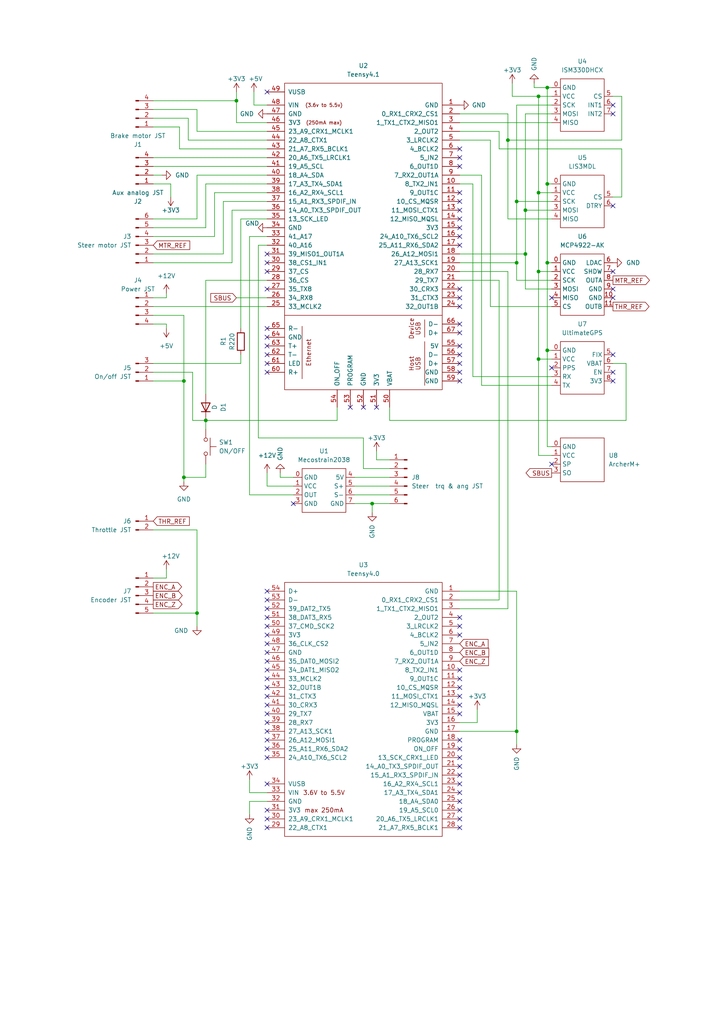
<source format=kicad_sch>
(kicad_sch (version 20211123) (generator eeschema)
  (paper "A4" portrait)
  (title_block (title "LV schematic") (date "2022-04-13") (rev "1") (company "University of Padova") (comment 1 "Low-voltage motherboard schematic"))
  (lib_symbols
    (symbol "Connector:Conn_01x02_Male" (pin_names (offset 1.016) hide)
      (property "Reference" "J" (at 0 2.54 0))
      (property "Value" "Conn_01x02_Male" (at 0 -5.08 0))
      (symbol "Conn_01x02_Male_1_1"
        (polyline (pts (xy 1.27 -2.54) (xy 0.8636 -2.54)) (stroke (width 0.1524)))
        (polyline (pts (xy 1.27 0) (xy 0.8636 0)) (stroke (width 0.1524)))
        (rectangle (start 0.8636 -2.413) (end 0 -2.667) (stroke (width 0.1524)) (fill (type outline)))
        (rectangle (start 0.8636 0.127) (end 0 -0.127) (stroke (width 0.1524)) (fill (type outline)))
        (pin passive line (at 5.08 0 180) (length 3.81) (name "Pin_1") (number "1"))
        (pin passive line (at 5.08 -2.54 180) (length 3.81) (name "Pin_2") (number "2"))
      )
    )
    (symbol "Connector:Conn_01x03_Male" (pin_names (offset 1.016) hide)
      (property "Reference" "J" (at 0 5.08 0))
      (property "Value" "Conn_01x03_Male" (at 0 -5.08 0))
      (symbol "Conn_01x03_Male_1_1"
        (polyline (pts (xy 1.27 -2.54) (xy 0.8636 -2.54)) (stroke (width 0.1524)))
        (polyline (pts (xy 1.27 0) (xy 0.8636 0)) (stroke (width 0.1524)))
        (polyline (pts (xy 1.27 2.54) (xy 0.8636 2.54)) (stroke (width 0.1524)))
        (rectangle (start 0.8636 -2.413) (end 0 -2.667) (stroke (width 0.1524)) (fill (type outline)))
        (rectangle (start 0.8636 0.127) (end 0 -0.127) (stroke (width 0.1524)) (fill (type outline)))
        (rectangle (start 0.8636 2.667) (end 0 2.413) (stroke (width 0.1524)) (fill (type outline)))
        (pin passive line (at 5.08 2.54 180) (length 3.81) (name "Pin_1") (number "1"))
        (pin passive line (at 5.08 0 180) (length 3.81) (name "Pin_2") (number "2"))
        (pin passive line (at 5.08 -2.54 180) (length 3.81) (name "Pin_3") (number "3"))
      )
    )
    (symbol "Connector:Conn_01x04_Male" (pin_names (offset 1.016) hide)
      (property "Reference" "J" (at 0 5.08 0))
      (property "Value" "Conn_01x04_Male" (at 0 -7.62 0))
      (symbol "Conn_01x04_Male_1_1"
        (polyline (pts (xy 1.27 -5.08) (xy 0.8636 -5.08)) (stroke (width 0.1524)))
        (polyline (pts (xy 1.27 -2.54) (xy 0.8636 -2.54)) (stroke (width 0.1524)))
        (polyline (pts (xy 1.27 0) (xy 0.8636 0)) (stroke (width 0.1524)))
        (polyline (pts (xy 1.27 2.54) (xy 0.8636 2.54)) (stroke (width 0.1524)))
        (rectangle (start 0.8636 -4.953) (end 0 -5.207) (stroke (width 0.1524)) (fill (type outline)))
        (rectangle (start 0.8636 -2.413) (end 0 -2.667) (stroke (width 0.1524)) (fill (type outline)))
        (rectangle (start 0.8636 0.127) (end 0 -0.127) (stroke (width 0.1524)) (fill (type outline)))
        (rectangle (start 0.8636 2.667) (end 0 2.413) (stroke (width 0.1524)) (fill (type outline)))
        (pin passive line (at 5.08 2.54 180) (length 3.81) (name "Pin_1") (number "1"))
        (pin passive line (at 5.08 0 180) (length 3.81) (name "Pin_2") (number "2"))
        (pin passive line (at 5.08 -2.54 180) (length 3.81) (name "Pin_3") (number "3"))
        (pin passive line (at 5.08 -5.08 180) (length 3.81) (name "Pin_4") (number "4"))
      )
    )
    (symbol "Connector:Conn_01x05_Male" (pin_names (offset 1.016) hide)
      (property "Reference" "J" (at 0 7.62 0))
      (property "Value" "Conn_01x05_Male" (at 0 -7.62 0))
      (symbol "Conn_01x05_Male_1_1"
        (polyline (pts (xy 1.27 -5.08) (xy 0.8636 -5.08)) (stroke (width 0.1524)))
        (polyline (pts (xy 1.27 -2.54) (xy 0.8636 -2.54)) (stroke (width 0.1524)))
        (polyline (pts (xy 1.27 0) (xy 0.8636 0)) (stroke (width 0.1524)))
        (polyline (pts (xy 1.27 2.54) (xy 0.8636 2.54)) (stroke (width 0.1524)))
        (polyline (pts (xy 1.27 5.08) (xy 0.8636 5.08)) (stroke (width 0.1524)))
        (rectangle (start 0.8636 -4.953) (end 0 -5.207) (stroke (width 0.1524)) (fill (type outline)))
        (rectangle (start 0.8636 -2.413) (end 0 -2.667) (stroke (width 0.1524)) (fill (type outline)))
        (rectangle (start 0.8636 0.127) (end 0 -0.127) (stroke (width 0.1524)) (fill (type outline)))
        (rectangle (start 0.8636 2.667) (end 0 2.413) (stroke (width 0.1524)) (fill (type outline)))
        (rectangle (start 0.8636 5.207) (end 0 4.953) (stroke (width 0.1524)) (fill (type outline)))
        (pin passive line (at 5.08 5.08 180) (length 3.81) (name "Pin_1") (number "1"))
        (pin passive line (at 5.08 2.54 180) (length 3.81) (name "Pin_2") (number "2"))
        (pin passive line (at 5.08 0 180) (length 3.81) (name "Pin_3") (number "3"))
        (pin passive line (at 5.08 -2.54 180) (length 3.81) (name "Pin_4") (number "4"))
        (pin passive line (at 5.08 -5.08 180) (length 3.81) (name "Pin_5") (number "5"))
      )
    )
    (symbol "Connector:Conn_01x06_Male" (pin_names (offset 1.016) hide)
      (property "Reference" "J" (at 0 7.62 0))
      (property "Value" "Conn_01x06_Male" (at 0 -10.16 0))
      (symbol "Conn_01x06_Male_1_1"
        (polyline (pts (xy 1.27 -7.62) (xy 0.8636 -7.62)) (stroke (width 0.1524)))
        (polyline (pts (xy 1.27 -5.08) (xy 0.8636 -5.08)) (stroke (width 0.1524)))
        (polyline (pts (xy 1.27 -2.54) (xy 0.8636 -2.54)) (stroke (width 0.1524)))
        (polyline (pts (xy 1.27 0) (xy 0.8636 0)) (stroke (width 0.1524)))
        (polyline (pts (xy 1.27 2.54) (xy 0.8636 2.54)) (stroke (width 0.1524)))
        (polyline (pts (xy 1.27 5.08) (xy 0.8636 5.08)) (stroke (width 0.1524)))
        (rectangle (start 0.8636 -7.493) (end 0 -7.747) (stroke (width 0.1524)) (fill (type outline)))
        (rectangle (start 0.8636 -4.953) (end 0 -5.207) (stroke (width 0.1524)) (fill (type outline)))
        (rectangle (start 0.8636 -2.413) (end 0 -2.667) (stroke (width 0.1524)) (fill (type outline)))
        (rectangle (start 0.8636 0.127) (end 0 -0.127) (stroke (width 0.1524)) (fill (type outline)))
        (rectangle (start 0.8636 2.667) (end 0 2.413) (stroke (width 0.1524)) (fill (type outline)))
        (rectangle (start 0.8636 5.207) (end 0 4.953) (stroke (width 0.1524)) (fill (type outline)))
        (pin passive line (at 5.08 5.08 180) (length 3.81) (name "Pin_1") (number "1"))
        (pin passive line (at 5.08 2.54 180) (length 3.81) (name "Pin_2") (number "2"))
        (pin passive line (at 5.08 0 180) (length 3.81) (name "Pin_3") (number "3"))
        (pin passive line (at 5.08 -2.54 180) (length 3.81) (name "Pin_4") (number "4"))
        (pin passive line (at 5.08 -5.08 180) (length 3.81) (name "Pin_5") (number "5"))
        (pin passive line (at 5.08 -7.62 180) (length 3.81) (name "Pin_6") (number "6"))
      )
    )
    (symbol "Device:D" (pin_numbers hide) (pin_names (offset 1.016) hide)
      (property "Reference" "D" (at 0 2.54 0))
      (property "Value" "D" (at 0 -2.54 0))
      (symbol "D_0_1"
        (polyline (pts (xy -1.27 1.27) (xy -1.27 -1.27)) (stroke (width 0.254)))
        (polyline (pts (xy 1.27 0) (xy -1.27 0)))
        (polyline (pts (xy 1.27 1.27) (xy 1.27 -1.27) (xy -1.27 0) (xy 1.27 1.27)) (stroke (width 0.254)))
      )
      (symbol "D_1_1"
        (pin passive line (at -3.81 0 0) (length 2.54) (name "K") (number "1"))
        (pin passive line (at 3.81 0 180) (length 2.54) (name "A") (number "2"))
      )
    )
    (symbol "Device:R" (pin_numbers hide) (pin_names (offset 0))
      (property "Reference" "R" (at 2.032 0 90))
      (property "Value" "R" (at 0 0 90))
      (symbol "R_0_1"
        (rectangle (start -1.016 -2.54) (end 1.016 2.54) (stroke (width 0.254)))
      )
      (symbol "R_1_1"
        (pin passive line (at 0 3.81 270) (length 1.27) (name "~") (number "1"))
        (pin passive line (at 0 -3.81 90) (length 1.27) (name "~") (number "2"))
      )
    )
    (symbol "SBBMicro:ArcherM+"
      (property "Reference" "U" (at 0 10.16 0))
      (property "Value" "ArcherM+" (at 0 7.62 0))
      (symbol "ArcherM+_0_1"
        (rectangle (start -6.35 6.35) (end 6.35 -6.35))
      )
      (symbol "ArcherM+_1_1"
        (pin passive line (at -8.89 3.81 0) (length 2.54) (name "GND") (number "0"))
        (pin passive line (at -8.89 1.27 0) (length 2.54) (name "VCC") (number "1"))
        (pin passive line (at -8.89 -1.27 0) (length 2.54) (name "SP") (number "2"))
        (pin passive line (at -8.89 -3.81 0) (length 2.54) (name "SO") (number "3"))
      )
    )
    (symbol "SBBMicro:LIS3MDL"
      (property "Reference" "U" (at 0 8.89 0))
      (property "Value" "LIS3MDL" (at 0 11.43 0))
      (symbol "LIS3MDL_0_1"
        (rectangle (start -6.35 7.62) (end 6.35 -7.62))
      )
      (symbol "LIS3MDL_1_1"
        (pin passive line (at -8.89 5.08 0) (length 2.54) (name "GND") (number "0"))
        (pin passive line (at -8.89 2.54 0) (length 2.54) (name "VCC") (number "1"))
        (pin passive line (at -8.89 0 0) (length 2.54) (name "SCK") (number "2"))
        (pin passive line (at -8.89 -2.54 0) (length 2.54) (name "MOSI") (number "3"))
        (pin passive line (at -8.89 -5.08 0) (length 2.54) (name "MISO") (number "4"))
        (pin passive line (at 8.89 1.27 180) (length 2.54) (name "CS") (number "5"))
        (pin passive line (at 8.89 -1.27 180) (length 2.54) (name "DTRY") (number "6"))
      )
    )
    (symbol "SBBMicro:MCP4922-AK"
      (property "Reference" "U" (at 0 11.43 0))
      (property "Value" "MCP4922-AK" (at 0 13.97 0))
      (symbol "MCP4922-AK_0_1"
        (rectangle (start -6.35 10.16) (end 6.35 -7.62))
      )
      (symbol "MCP4922-AK_1_1"
        (pin passive line (at -8.89 7.62 0) (length 2.54) (name "GND") (number "0"))
        (pin passive line (at -8.89 5.08 0) (length 2.54) (name "VCC") (number "1"))
        (pin passive line (at 8.89 -2.54 180) (length 2.54) (name "GND") (number "10"))
        (pin passive line (at 8.89 -5.08 180) (length 2.54) (name "OUTB") (number "11"))
        (pin passive line (at -8.89 2.54 0) (length 2.54) (name "SCK") (number "2"))
        (pin passive line (at -8.89 0 0) (length 2.54) (name "MOSI") (number "3"))
        (pin passive line (at -8.89 -2.54 0) (length 2.54) (name "MISO") (number "4"))
        (pin passive line (at -8.89 -5.08 0) (length 2.54) (name "CS") (number "5"))
        (pin passive line (at 8.89 7.62 180) (length 2.54) (name "LDAC") (number "6"))
        (pin passive line (at 8.89 5.08 180) (length 2.54) (name "SHDW") (number "7"))
        (pin passive line (at 8.89 2.54 180) (length 2.54) (name "OUTA") (number "8"))
        (pin passive line (at 8.89 0 180) (length 2.54) (name "GND") (number "9"))
      )
    )
    (symbol "SBBMicro:Mecostrain2038"
      (property "Reference" "U" (at 0 11.43 0))
      (property "Value" "Mecostrain2038" (at 0 8.89 0))
      (symbol "Mecostrain2038_0_1"
        (rectangle (start -6.35 6.35) (end 6.35 -6.35))
      )
      (symbol "Mecostrain2038_1_1"
        (pin passive line (at -8.89 3.81 0) (length 2.54) (name "GND") (number "0"))
        (pin passive line (at -8.89 1.27 0) (length 2.54) (name "VCC") (number "1"))
        (pin passive line (at -8.89 -1.27 0) (length 2.54) (name "OUT") (number "2"))
        (pin passive line (at -8.89 -3.81 0) (length 2.54) (name "GND") (number "3"))
        (pin passive line (at 8.89 3.81 180) (length 2.54) (name "5V") (number "4"))
        (pin passive line (at 8.89 1.27 180) (length 2.54) (name "S+") (number "5"))
        (pin passive line (at 8.89 -1.27 180) (length 2.54) (name "S-") (number "6"))
        (pin passive line (at 8.89 -3.81 180) (length 2.54) (name "GND") (number "7"))
      )
    )
    (symbol "SBBMicro:UltimateGPS"
      (property "Reference" "U" (at 0 11.43 0))
      (property "Value" "UltimateGPS" (at 0 8.89 0))
      (symbol "UltimateGPS_0_1"
        (rectangle (start -6.35 7.62) (end 6.35 -7.62))
      )
      (symbol "UltimateGPS_1_1"
        (pin passive line (at -8.89 5.08 0) (length 2.54) (name "GND") (number "0"))
        (pin passive line (at -8.89 2.54 0) (length 2.54) (name "VCC") (number "1"))
        (pin passive line (at -8.89 0 0) (length 2.54) (name "PPS") (number "2"))
        (pin passive line (at -8.89 -2.54 0) (length 2.54) (name "RX") (number "3"))
        (pin passive line (at -8.89 -5.08 0) (length 2.54) (name "TX") (number "4"))
        (pin passive line (at 8.89 3.81 180) (length 2.54) (name "FIX") (number "5"))
        (pin passive line (at 8.89 1.27 180) (length 2.54) (name "VBAT") (number "6"))
        (pin passive line (at 8.89 -1.27 180) (length 2.54) (name "EN") (number "7"))
        (pin passive line (at 8.89 -3.81 180) (length 2.54) (name "3V3") (number "8"))
      )
    )
    (symbol "Switch:SW_Push" (pin_numbers hide) (pin_names (offset 1.016) hide)
      (property "Reference" "SW" (at 1.27 2.54 0))
      (property "Value" "SW_Push" (at 0 -1.524 0))
      (symbol "SW_Push_0_1"
        (circle (center -2.032 0) (radius 0.508))
        (polyline (pts (xy 0 1.27) (xy 0 3.048)))
        (polyline (pts (xy 2.54 1.27) (xy -2.54 1.27)))
        (circle (center 2.032 0) (radius 0.508))
        (pin passive line (at -5.08 0 0) (length 2.54) (name "1") (number "1"))
        (pin passive line (at 5.08 0 180) (length 2.54) (name "2") (number "2"))
      )
    )
    (symbol "power:+12V" (power) (pin_names (offset 0))
      (property "Value" "+12V" (at 0 3.556 0))
      (symbol "+12V_0_1"
        (polyline (pts (xy -0.762 1.27) (xy 0 2.54)))
        (polyline (pts (xy 0 0) (xy 0 2.54)))
        (polyline (pts (xy 0 2.54) (xy 0.762 1.27)))
      )
      (symbol "+12V_1_1"
        (pin power_in line (at 0 0 90) (length 0) hide (name "+12V") (number "1"))
      )
    )
    (symbol "power:+3V3" (power) (pin_names (offset 0))
      (property "Value" "+3V3" (at 0 3.556 0))
      (symbol "+3V3_0_1"
        (polyline (pts (xy -0.762 1.27) (xy 0 2.54)))
        (polyline (pts (xy 0 0) (xy 0 2.54)))
        (polyline (pts (xy 0 2.54) (xy 0.762 1.27)))
      )
      (symbol "+3V3_1_1"
        (pin power_in line (at 0 0 90) (length 0) hide (name "+3V3") (number "1"))
      )
    )
    (symbol "power:+5V" (power) (pin_names (offset 0))
      (property "Value" "+5V" (at 0 3.556 0))
      (symbol "+5V_0_1"
        (polyline (pts (xy -0.762 1.27) (xy 0 2.54)))
        (polyline (pts (xy 0 0) (xy 0 2.54)))
        (polyline (pts (xy 0 2.54) (xy 0.762 1.27)))
      )
      (symbol "+5V_1_1"
        (pin power_in line (at 0 0 90) (length 0) hide (name "+5V") (number "1"))
      )
    )
    (symbol "power:GND" (power) (pin_names (offset 0))
      (property "Value" "GND" (at 0 -3.81 0))
      (symbol "GND_0_1"
        (polyline (pts (xy 0 0) (xy 0 -1.27) (xy 1.27 -1.27) (xy 0 -2.54) (xy -1.27 -1.27) (xy 0 -1.27)))
      )
      (symbol "GND_1_1"
        (pin power_in line (at 0 0 270) (length 0) hide (name "GND") (number "1"))
      )
    )
    (symbol "sbbmicro:ISM330DHCX"
      (property "Reference" "U" (at 0 11.43 0))
      (property "Value" "ISM330DHCX" (at 0 8.89 0))
      (symbol "ISM330DHCX_0_1"
        (rectangle (start -6.35 7.62) (end 6.35 -7.62))
      )
      (symbol "ISM330DHCX_1_1"
        (pin passive line (at -8.89 5.08 0) (length 2.54) (name "GND") (number "0"))
        (pin passive line (at -8.89 2.54 0) (length 2.54) (name "VCC") (number "1"))
        (pin passive line (at -8.89 0 0) (length 2.54) (name "SCK") (number "2"))
        (pin passive line (at -8.89 -2.54 0) (length 2.54) (name "MOSI") (number "3"))
        (pin passive line (at -8.89 -5.08 0) (length 2.54) (name "MISO") (number "4"))
        (pin passive line (at 8.89 2.54 180) (length 2.54) (name "CS") (number "5"))
        (pin passive line (at 8.89 0 180) (length 2.54) (name "INT1") (number "6"))
        (pin passive line (at 8.89 -2.54 180) (length 2.54) (name "INT2") (number "7"))
      )
    )
    (symbol "teensy:Teensy4.0" (pin_names (offset 1.016))
      (property "Reference" "U" (at 0 39.37 0))
      (property "Value" "Teensy4.0" (at 0 -39.37 0))
      (symbol "Teensy4.0_0_0"
        (text "3.6V to 5.5V" (at 11.43 -24.13 0) (effects (font (size 1.27 1.27))))
        (text "max 250mA" (at 11.43 -29.21 0) (effects (font (size 1.27 1.27))))
        (pin bidirectional line (at -27.94 11.43 0) (length 5.08) (name "8_TX2_IN1") (number "10"))
        (pin bidirectional line (at -27.94 8.89 0) (length 5.08) (name "9_OUT1C") (number "11"))
        (pin bidirectional line (at -27.94 6.35 0) (length 5.08) (name "10_CS_MQSR") (number "12"))
        (pin bidirectional line (at -27.94 3.81 0) (length 5.08) (name "11_MOSI_CTX1") (number "13"))
        (pin bidirectional line (at -27.94 1.27 0) (length 5.08) (name "12_MISO_MQSL") (number "14"))
        (pin power_in line (at -27.94 -1.27 0) (length 5.08) (name "VBAT") (number "15"))
        (pin power_in line (at -27.94 -3.81 0) (length 5.08) (name "3V3") (number "16"))
        (pin power_in line (at -27.94 -6.35 0) (length 5.08) (name "GND") (number "17"))
        (pin input line (at -27.94 -8.89 0) (length 5.08) (name "PROGRAM") (number "18"))
        (pin input line (at -27.94 -11.43 0) (length 5.08) (name "ON_OFF") (number "19"))
        (pin bidirectional line (at -27.94 -13.97 0) (length 5.08) (name "13_SCK_CRX1_LED") (number "20"))
        (pin bidirectional line (at -27.94 -16.51 0) (length 5.08) (name "14_A0_TX3_SPDIF_OUT") (number "21"))
        (pin bidirectional line (at -27.94 -19.05 0) (length 5.08) (name "15_A1_RX3_SPDIF_IN") (number "22"))
        (pin bidirectional line (at -27.94 -21.59 0) (length 5.08) (name "16_A2_RX4_SCL1") (number "23"))
        (pin bidirectional line (at -27.94 -24.13 0) (length 5.08) (name "17_A3_TX4_SDA1") (number "24"))
        (pin bidirectional line (at -27.94 -26.67 0) (length 5.08) (name "18_A4_SDA0") (number "25"))
        (pin bidirectional line (at -27.94 -29.21 0) (length 5.08) (name "19_A5_SCL0") (number "26"))
        (pin bidirectional line (at -27.94 -31.75 0) (length 5.08) (name "20_A6_TX5_LRCLK1") (number "27"))
        (pin bidirectional line (at -27.94 -34.29 0) (length 5.08) (name "21_A7_RX5_BCLK1") (number "28"))
        (pin bidirectional line (at 27.94 -34.29 180) (length 5.08) (name "22_A8_CTX1") (number "29"))
        (pin bidirectional line (at 27.94 -31.75 180) (length 5.08) (name "23_A9_CRX1_MCLK1") (number "30"))
        (pin power_out line (at 27.94 -29.21 180) (length 5.08) (name "3V3") (number "31"))
        (pin power_in line (at 27.94 -26.67 180) (length 5.08) (name "GND") (number "32"))
        (pin power_in line (at 27.94 -24.13 180) (length 5.08) (name "VIN") (number "33"))
        (pin power_out line (at 27.94 -21.59 180) (length 5.08) (name "VUSB") (number "34"))
        (pin bidirectional line (at 27.94 -13.97 180) (length 5.08) (name "24_A10_TX6_SCL2") (number "35"))
        (pin bidirectional line (at 27.94 -11.43 180) (length 5.08) (name "25_A11_RX6_SDA2") (number "36"))
        (pin bidirectional line (at 27.94 -8.89 180) (length 5.08) (name "26_A12_MOSI1") (number "37"))
        (pin bidirectional line (at 27.94 -6.35 180) (length 5.08) (name "27_A13_SCK1") (number "38"))
        (pin bidirectional line (at 27.94 -3.81 180) (length 5.08) (name "28_RX7") (number "39"))
        (pin bidirectional line (at 27.94 -1.27 180) (length 5.08) (name "29_TX7") (number "40"))
        (pin bidirectional line (at 27.94 1.27 180) (length 5.08) (name "30_CRX3") (number "41"))
        (pin bidirectional line (at 27.94 3.81 180) (length 5.08) (name "31_CTX3") (number "42"))
        (pin bidirectional line (at 27.94 6.35 180) (length 5.08) (name "32_OUT1B") (number "43"))
        (pin bidirectional line (at 27.94 8.89 180) (length 5.08) (name "33_MCLK2") (number "44"))
        (pin bidirectional line (at 27.94 11.43 180) (length 5.08) (name "34_DAT1_MISO2") (number "45"))
        (pin bidirectional line (at 27.94 13.97 180) (length 5.08) (name "35_DAT0_MOSI2") (number "46"))
        (pin power_out line (at 27.94 16.51 180) (length 5.08) (name "GND") (number "47"))
        (pin bidirectional line (at 27.94 19.05 180) (length 5.08) (name "36_CLK_CS2") (number "48"))
        (pin power_out line (at 27.94 21.59 180) (length 5.08) (name "3V3") (number "49"))
        (pin bidirectional line (at -27.94 24.13 0) (length 5.08) (name "3_LRCLK2") (number "5"))
        (pin bidirectional line (at 27.94 24.13 180) (length 5.08) (name "37_CMD_SCK2") (number "50"))
        (pin bidirectional line (at 27.94 26.67 180) (length 5.08) (name "38_DAT3_RX5") (number "51"))
        (pin bidirectional line (at 27.94 29.21 180) (length 5.08) (name "39_DAT2_TX5") (number "52"))
        (pin bidirectional line (at 27.94 31.75 180) (length 5.08) (name "D-") (number "53"))
        (pin bidirectional line (at 27.94 34.29 180) (length 5.08) (name "D+") (number "54"))
        (pin bidirectional line (at -27.94 21.59 0) (length 5.08) (name "4_BCLK2") (number "6"))
        (pin bidirectional line (at -27.94 19.05 0) (length 5.08) (name "5_IN2") (number "7"))
        (pin bidirectional line (at -27.94 16.51 0) (length 5.08) (name "6_OUT1D") (number "8"))
        (pin bidirectional line (at -27.94 13.97 0) (length 5.08) (name "7_RX2_OUT1A") (number "9"))
      )
      (symbol "Teensy4.0_0_1"
        (rectangle (start -22.86 36.83) (end 22.86 -36.83))
        (rectangle (start -20.32 -31.75) (end -20.32 -31.75))
      )
      (symbol "Teensy4.0_1_1"
        (pin power_in line (at -27.94 34.29 0) (length 5.08) (name "GND") (number "1"))
        (pin bidirectional line (at -27.94 31.75 0) (length 5.08) (name "0_RX1_CRX2_CS1") (number "2"))
        (pin bidirectional line (at -27.94 29.21 0) (length 5.08) (name "1_TX1_CTX2_MISO1") (number "3"))
        (pin bidirectional line (at -27.94 26.67 0) (length 5.08) (name "2_OUT2") (number "4"))
      )
    )
    (symbol "teensy:Teensy4.1" (pin_names (offset 1.016))
      (property "Reference" "U" (at 0 64.77 0))
      (property "Value" "Teensy4.1" (at 0 62.23 0))
      (symbol "Teensy4.1_0_0"
        (polyline (pts (xy -22.86 -6.35) (xy 22.86 -6.35)))
        (polyline (pts (xy -17.78 -26.67) (xy -17.78 -13.97)))
        (polyline (pts (xy -17.78 -7.62) (xy -17.78 -12.7)))
        (polyline (pts (xy 17.78 -9.525) (xy 17.78 -24.765)))
        (text "(250mA max)" (at 11.43 49.53 0) (effects (font (size 1.016 1.016))))
        (text "(3.6v to 5.5v)" (at 11.43 54.61 0) (effects (font (size 1.016 1.016))))
        (text "Device" (at -13.97 -10.16 900) (effects (font (size 1.27 1.27))))
        (text "Ethernet" (at 15.875 -17.145 900) (effects (font (size 1.27 1.27))))
        (text "Host" (at -13.97 -20.32 900) (effects (font (size 1.27 1.27))))
        (text "USB" (at -15.875 -20.32 900) (effects (font (size 1.27 1.27))))
        (text "USB" (at -15.875 -10.16 900) (effects (font (size 1.27 1.27))))
        (pin bidirectional line (at -27.94 31.75 0) (length 5.08) (name "8_TX2_IN1") (number "10"))
        (pin bidirectional line (at -27.94 29.21 0) (length 5.08) (name "9_OUT1C") (number "11"))
        (pin bidirectional line (at -27.94 26.67 0) (length 5.08) (name "10_CS_MQSR") (number "12"))
        (pin bidirectional line (at -27.94 24.13 0) (length 5.08) (name "11_MOSI_CTX1") (number "13"))
        (pin bidirectional line (at -27.94 21.59 0) (length 5.08) (name "12_MISO_MQSL") (number "14"))
        (pin power_in line (at -27.94 19.05 0) (length 5.08) (name "3V3") (number "15"))
        (pin bidirectional line (at -27.94 16.51 0) (length 5.08) (name "24_A10_TX6_SCL2") (number "16"))
        (pin bidirectional line (at -27.94 13.97 0) (length 5.08) (name "25_A11_RX6_SDA2") (number "17"))
        (pin bidirectional line (at -27.94 11.43 0) (length 5.08) (name "26_A12_MOSI1") (number "18"))
        (pin bidirectional line (at -27.94 8.89 0) (length 5.08) (name "27_A13_SCK1") (number "19"))
        (pin bidirectional line (at -27.94 6.35 0) (length 5.08) (name "28_RX7") (number "20"))
        (pin bidirectional line (at -27.94 3.81 0) (length 5.08) (name "29_TX7") (number "21"))
        (pin bidirectional line (at -27.94 1.27 0) (length 5.08) (name "30_CRX3") (number "22"))
        (pin bidirectional line (at -27.94 -1.27 0) (length 5.08) (name "31_CTX3") (number "23"))
        (pin bidirectional line (at -27.94 -3.81 0) (length 5.08) (name "32_OUT1B") (number "24"))
        (pin bidirectional line (at 27.94 -3.81 180) (length 5.08) (name "33_MCLK2") (number "25"))
        (pin bidirectional line (at 27.94 -1.27 180) (length 5.08) (name "34_RX8") (number "26"))
        (pin bidirectional line (at 27.94 1.27 180) (length 5.08) (name "35_TX8") (number "27"))
        (pin bidirectional line (at 27.94 3.81 180) (length 5.08) (name "36_CS") (number "28"))
        (pin bidirectional line (at 27.94 6.35 180) (length 5.08) (name "37_CS") (number "29"))
        (pin bidirectional line (at 27.94 8.89 180) (length 5.08) (name "38_CS1_IN1") (number "30"))
        (pin bidirectional line (at 27.94 11.43 180) (length 5.08) (name "39_MISO1_OUT1A") (number "31"))
        (pin bidirectional line (at 27.94 13.97 180) (length 5.08) (name "40_A16") (number "32"))
        (pin bidirectional line (at 27.94 16.51 180) (length 5.08) (name "41_A17") (number "33"))
        (pin bidirectional line (at 27.94 21.59 180) (length 5.08) (name "13_SCK_LED") (number "35"))
        (pin bidirectional line (at 27.94 24.13 180) (length 5.08) (name "14_A0_TX3_SPDIF_OUT") (number "36"))
        (pin bidirectional line (at 27.94 26.67 180) (length 5.08) (name "15_A1_RX3_SPDIF_IN") (number "37"))
        (pin bidirectional line (at 27.94 29.21 180) (length 5.08) (name "16_A2_RX4_SCL1") (number "38"))
        (pin bidirectional line (at 27.94 31.75 180) (length 5.08) (name "17_A3_TX4_SDA1") (number "39"))
        (pin bidirectional line (at 27.94 34.29 180) (length 5.08) (name "18_A4_SDA") (number "40"))
        (pin bidirectional line (at 27.94 36.83 180) (length 5.08) (name "19_A5_SCL") (number "41"))
        (pin bidirectional line (at 27.94 39.37 180) (length 5.08) (name "20_A6_TX5_LRCLK1") (number "42"))
        (pin bidirectional line (at 27.94 41.91 180) (length 5.08) (name "21_A7_RX5_BCLK1") (number "43"))
        (pin bidirectional line (at 27.94 44.45 180) (length 5.08) (name "22_A8_CTX1") (number "44"))
        (pin bidirectional line (at 27.94 46.99 180) (length 5.08) (name "23_A9_CRX1_MCLK1") (number "45"))
        (pin output line (at 27.94 49.53 180) (length 5.08) (name "3V3") (number "46"))
        (pin output line (at 27.94 52.07 180) (length 5.08) (name "GND") (number "47"))
        (pin power_in line (at 27.94 54.61 180) (length 5.08) (name "VIN") (number "48"))
        (pin power_out line (at 27.94 58.42 180) (length 5.08) (name "VUSB") (number "49"))
        (pin bidirectional line (at -27.94 44.45 0) (length 5.08) (name "3_LRCLK2") (number "5"))
        (pin power_in line (at -7.62 -33.02 90) (length 5.08) (name "VBAT") (number "50"))
        (pin power_in line (at -3.81 -33.02 90) (length 5.08) (name "3V3") (number "51"))
        (pin input line (at 0 -33.02 90) (length 5.08) (name "GND") (number "52"))
        (pin input line (at 3.81 -33.02 90) (length 5.08) (name "PROGRAM") (number "53"))
        (pin input line (at 7.62 -33.02 90) (length 5.08) (name "ON_OFF") (number "54"))
        (pin power_out line (at -27.94 -15.24 0) (length 5.08) (name "5V") (number "55"))
        (pin bidirectional line (at -27.94 -17.78 0) (length 5.08) (name "D-") (number "56"))
        (pin bidirectional line (at -27.94 -20.32 0) (length 5.08) (name "D+") (number "57"))
        (pin power_in line (at -27.94 -22.86 0) (length 5.08) (name "GND") (number "58"))
        (pin power_in line (at -27.94 -25.4 0) (length 5.08) (name "GND") (number "59"))
        (pin bidirectional line (at -27.94 41.91 0) (length 5.08) (name "4_BCLK2") (number "6"))
        (pin bidirectional line (at 27.94 -22.86 180) (length 5.08) (name "R+") (number "60"))
        (pin bidirectional line (at 27.94 -20.32 180) (length 5.08) (name "LED") (number "61"))
        (pin bidirectional line (at 27.94 -17.78 180) (length 5.08) (name "T-") (number "62"))
        (pin bidirectional line (at 27.94 -15.24 180) (length 5.08) (name "T+") (number "63"))
        (pin power_in line (at 27.94 -12.7 180) (length 5.08) (name "GND") (number "64"))
        (pin bidirectional line (at 27.94 -10.16 180) (length 5.08) (name "R-") (number "65"))
        (pin bidirectional line (at -27.94 -8.89 0) (length 5.08) (name "D-") (number "66"))
        (pin bidirectional line (at -27.94 -11.43 0) (length 5.08) (name "D+") (number "67"))
        (pin bidirectional line (at -27.94 39.37 0) (length 5.08) (name "5_IN2") (number "7"))
        (pin bidirectional line (at -27.94 36.83 0) (length 5.08) (name "6_OUT1D") (number "8"))
        (pin bidirectional line (at -27.94 34.29 0) (length 5.08) (name "7_RX2_OUT1A") (number "9"))
      )
      (symbol "Teensy4.1_0_1"
        (rectangle (start -22.86 60.96) (end 22.86 -27.94))
        (rectangle (start -20.32 -1.27) (end -20.32 -1.27))
      )
      (symbol "Teensy4.1_1_1"
        (pin power_in line (at -27.94 54.61 0) (length 5.08) (name "GND") (number "1"))
        (pin bidirectional line (at -27.94 52.07 0) (length 5.08) (name "0_RX1_CRX2_CS1") (number "2"))
        (pin bidirectional line (at -27.94 49.53 0) (length 5.08) (name "1_TX1_CTX2_MISO1") (number "3"))
        (pin power_in line (at 27.94 19.05 180) (length 5.08) (name "GND") (number "34"))
        (pin bidirectional line (at -27.94 46.99 0) (length 5.08) (name "2_OUT2") (number "4"))
      )
    )
  )
  (junction (at 156.21 104.14))
  (junction (at 156.21 78.74))
  (junction (at 107.95 146.05))
  (junction (at 53.34 110.49))
  (junction (at 68.58 29.21))
  (junction (at 59.69 121.92))
  (junction (at 149.86 58.42))
  (junction (at 152.4 60.96))
  (junction (at 53.34 138.43))
  (junction (at 158.75 53.34))
  (junction (at 158.75 101.6))
  (junction (at 57.15 177.8))
  (junction (at 156.21 55.88))
  (junction (at 158.75 25.4))
  (junction (at 149.86 212.09))
  (junction (at 147.32 40.64))
  (junction (at 152.4 73.66))
  (junction (at 149.86 76.2))
  (junction (at 156.21 27.94))
  (junction (at 158.75 76.2))
  (no_connect (at 133.35 68.58))
  (no_connect (at 133.35 224.79))
  (no_connect (at 77.47 237.49))
  (no_connect (at 77.47 73.66))
  (no_connect (at 77.47 199.39))
  (no_connect (at 77.47 207.01))
  (no_connect (at 77.47 217.17))
  (no_connect (at 77.47 196.85))
  (no_connect (at 77.47 181.61))
  (no_connect (at 160.02 86.36))
  (no_connect (at 77.47 191.77))
  (no_connect (at 77.47 204.47))
  (no_connect (at 177.8 78.74))
  (no_connect (at 177.8 30.48))
  (no_connect (at 133.35 43.18))
  (no_connect (at 133.35 86.36))
  (no_connect (at 133.35 217.17))
  (no_connect (at 133.35 107.95))
  (no_connect (at 105.41 118.11))
  (no_connect (at 77.47 234.95))
  (no_connect (at 77.47 78.74))
  (no_connect (at 77.47 184.15))
  (no_connect (at 77.47 209.55))
  (no_connect (at 133.35 199.39))
  (no_connect (at 101.6 118.11))
  (no_connect (at 77.47 105.41))
  (no_connect (at 133.35 45.72))
  (no_connect (at 133.35 60.96))
  (no_connect (at 133.35 237.49))
  (no_connect (at 133.35 196.85))
  (no_connect (at 77.47 171.45))
  (no_connect (at 77.47 201.93))
  (no_connect (at 133.35 207.01))
  (no_connect (at 133.35 110.49))
  (no_connect (at 160.02 106.68))
  (no_connect (at 77.47 107.95))
  (no_connect (at 77.47 102.87))
  (no_connect (at 133.35 66.04))
  (no_connect (at 77.47 194.31))
  (no_connect (at 133.35 201.93))
  (no_connect (at 133.35 229.87))
  (no_connect (at 133.35 232.41))
  (no_connect (at 133.35 184.15))
  (no_connect (at 77.47 173.99))
  (no_connect (at 133.35 63.5))
  (no_connect (at 77.47 227.33))
  (no_connect (at 77.47 95.25))
  (no_connect (at 133.35 93.98))
  (no_connect (at 177.8 33.02))
  (no_connect (at 133.35 181.61))
  (no_connect (at 133.35 219.71))
  (no_connect (at 85.09 146.05))
  (no_connect (at 177.8 107.95))
  (no_connect (at 77.47 100.33))
  (no_connect (at 77.47 176.53))
  (no_connect (at 77.47 219.71))
  (no_connect (at 133.35 58.42))
  (no_connect (at 133.35 88.9))
  (no_connect (at 177.8 59.69))
  (no_connect (at 77.47 179.07))
  (no_connect (at 177.8 83.82))
  (no_connect (at 109.22 118.11))
  (no_connect (at 133.35 83.82))
  (no_connect (at 77.47 26.67))
  (no_connect (at 77.47 212.09))
  (no_connect (at 77.47 189.23))
  (no_connect (at 160.02 134.62))
  (no_connect (at 133.35 71.12))
  (no_connect (at 177.8 110.49))
  (no_connect (at 133.35 105.41))
  (no_connect (at 77.47 186.69))
  (no_connect (at 133.35 240.03))
  (no_connect (at 133.35 227.33))
  (no_connect (at 77.47 76.2))
  (no_connect (at 177.8 102.87))
  (no_connect (at 177.8 86.36))
  (no_connect (at 133.35 222.25))
  (no_connect (at 77.47 240.03))
  (no_connect (at 77.47 214.63))
  (no_connect (at 133.35 55.88))
  (no_connect (at 133.35 179.07))
  (no_connect (at 133.35 204.47))
  (no_connect (at 133.35 102.87))
  (no_connect (at 133.35 194.31))
  (no_connect (at 133.35 96.52))
  (no_connect (at 77.47 97.79))
  (no_connect (at 133.35 234.95))
  (no_connect (at 133.35 100.33))
  (no_connect (at 133.35 48.26))
  (no_connect (at 77.47 83.82))
  (no_connect (at 133.35 214.63))
  (wire (pts (xy 53.34 91.44) (xy 53.34 110.49)))
  (wire (pts (xy 149.86 171.45) (xy 149.86 212.09)))
  (wire (pts (xy 72.39 236.22) (xy 72.39 232.41)))
  (wire (pts (xy 77.47 229.87) (xy 72.39 229.87)))
  (wire (pts (xy 44.45 167.64) (xy 48.26 167.64)))
  (wire (pts (xy 113.03 133.35) (xy 109.22 133.35)))
  (wire (pts (xy 68.58 86.36) (xy 77.47 86.36)))
  (wire (pts (xy 133.35 173.99) (xy 144.78 173.99)))
  (wire (pts (xy 152.4 60.96) (xy 152.4 33.02)))
  (wire (pts (xy 156.21 55.88) (xy 156.21 78.74)))
  (wire (pts (xy 77.47 45.72) (xy 44.45 45.72)))
  (wire (pts (xy 44.45 86.36) (xy 48.26 86.36)))
  (wire (pts (xy 160.02 27.94) (xy 156.21 27.94)))
  (wire (pts (xy 180.34 57.15) (xy 177.8 57.15)))
  (wire (pts (xy 160.02 63.5) (xy 147.32 63.5)))
  (wire (pts (xy 73.66 30.48) (xy 73.66 26.67)))
  (wire (pts (xy 59.69 121.92) (xy 97.79 121.92)))
  (wire (pts (xy 68.58 26.67) (xy 68.58 29.21)))
  (wire (pts (xy 64.77 58.42) (xy 77.47 58.42)))
  (wire (pts (xy 72.39 229.87) (xy 72.39 226.06)))
  (wire (pts (xy 85.09 138.43) (xy 81.28 138.43)))
  (wire (pts (xy 107.95 146.05) (xy 113.03 146.05)))
  (wire (pts (xy 144.78 38.1) (xy 144.78 43.18)))
  (wire (pts (xy 69.85 105.41) (xy 44.45 105.41)))
  (wire (pts (xy 72.39 143.51) (xy 72.39 68.58)))
  (wire (pts (xy 133.35 35.56) (xy 160.02 35.56)))
  (wire (pts (xy 53.34 110.49) (xy 44.45 110.49)))
  (wire (pts (xy 44.45 63.5) (xy 57.15 63.5)))
  (wire (pts (xy 160.02 129.54) (xy 158.75 129.54)))
  (wire (pts (xy 160.02 81.28) (xy 149.86 81.28)))
  (wire (pts (xy 55.88 107.95) (xy 55.88 121.92)))
  (wire (pts (xy 133.35 209.55) (xy 138.43 209.55)))
  (wire (pts (xy 44.45 29.21) (xy 68.58 29.21)))
  (wire (pts (xy 53.34 110.49) (xy 53.34 138.43)))
  (wire (pts (xy 77.47 43.18) (xy 52.07 43.18)))
  (wire (pts (xy 160.02 132.08) (xy 156.21 132.08)))
  (wire (pts (xy 148.59 27.94) (xy 148.59 24.13)))
  (wire (pts (xy 133.35 171.45) (xy 149.86 171.45)))
  (wire (pts (xy 158.75 53.34) (xy 158.75 76.2)))
  (wire (pts (xy 44.45 73.66) (xy 64.77 73.66)))
  (wire (pts (xy 57.15 177.8) (xy 57.15 153.67)))
  (wire (pts (xy 158.75 25.4) (xy 158.75 53.34)))
  (wire (pts (xy 44.45 93.98) (xy 48.26 93.98)))
  (wire (pts (xy 158.75 101.6) (xy 158.75 76.2)))
  (wire (pts (xy 156.21 132.08) (xy 156.21 104.14)))
  (wire (pts (xy 64.77 73.66) (xy 64.77 58.42)))
  (wire (pts (xy 160.02 30.48) (xy 149.86 30.48)))
  (wire (pts (xy 102.87 138.43) (xy 113.03 138.43)))
  (wire (pts (xy 160.02 25.4) (xy 158.75 25.4)))
  (wire (pts (xy 152.4 83.82) (xy 152.4 73.66)))
  (wire (pts (xy 160.02 104.14) (xy 156.21 104.14)))
  (wire (pts (xy 57.15 177.8) (xy 57.15 181.61)))
  (wire (pts (xy 137.16 109.22) (xy 137.16 53.34)))
  (wire (pts (xy 133.35 50.8) (xy 139.7 50.8)))
  (wire (pts (xy 102.87 146.05) (xy 107.95 146.05)))
  (wire (pts (xy 85.09 143.51) (xy 72.39 143.51)))
  (wire (pts (xy 160.02 88.9) (xy 142.24 88.9)))
  (wire (pts (xy 147.32 33.02) (xy 147.32 40.64)))
  (wire (pts (xy 81.28 138.43) (xy 81.28 137.16)))
  (wire (pts (xy 133.35 38.1) (xy 144.78 38.1)))
  (wire (pts (xy 55.88 121.92) (xy 59.69 121.92)))
  (wire (pts (xy 152.4 33.02) (xy 160.02 33.02)))
  (wire (pts (xy 180.34 40.64) (xy 180.34 27.94)))
  (wire (pts (xy 133.35 176.53) (xy 147.32 176.53)))
  (wire (pts (xy 62.23 68.58) (xy 62.23 55.88)))
  (wire (pts (xy 74.93 127) (xy 74.93 71.12)))
  (wire (pts (xy 53.34 138.43) (xy 53.34 139.7)))
  (wire (pts (xy 133.35 73.66) (xy 152.4 73.66)))
  (wire (pts (xy 52.07 36.83) (xy 44.45 36.83)))
  (wire (pts (xy 62.23 55.88) (xy 77.47 55.88)))
  (wire (pts (xy 54.61 40.64) (xy 77.47 40.64)))
  (wire (pts (xy 180.34 27.94) (xy 177.8 27.94)))
  (wire (pts (xy 113.03 135.89) (xy 105.41 135.89)))
  (wire (pts (xy 48.26 93.98) (xy 48.26 95.25)))
  (wire (pts (xy 48.26 86.36) (xy 48.26 85.09)))
  (wire (pts (xy 133.35 78.74) (xy 147.32 78.74)))
  (wire (pts (xy 147.32 176.53) (xy 147.32 78.74)))
  (wire (pts (xy 156.21 27.94) (xy 156.21 55.88)))
  (wire (pts (xy 102.87 143.51) (xy 113.03 143.51)))
  (wire (pts (xy 156.21 55.88) (xy 160.02 55.88)))
  (wire (pts (xy 53.34 138.43) (xy 59.69 138.43)))
  (wire (pts (xy 149.86 58.42) (xy 149.86 76.2)))
  (wire (pts (xy 44.45 53.34) (xy 49.53 53.34)))
  (wire (pts (xy 68.58 29.21) (xy 68.58 35.56)))
  (wire (pts (xy 160.02 53.34) (xy 158.75 53.34)))
  (wire (pts (xy 57.15 38.1) (xy 57.15 31.75)))
  (wire (pts (xy 109.22 133.35) (xy 109.22 130.81)))
  (wire (pts (xy 44.45 107.95) (xy 55.88 107.95)))
  (wire (pts (xy 74.93 71.12) (xy 77.47 71.12)))
  (wire (pts (xy 149.86 58.42) (xy 160.02 58.42)))
  (wire (pts (xy 142.24 40.64) (xy 133.35 40.64)))
  (wire (pts (xy 77.47 140.97) (xy 85.09 140.97)))
  (wire (pts (xy 44.45 68.58) (xy 62.23 68.58)))
  (wire (pts (xy 149.86 81.28) (xy 149.86 76.2)))
  (wire (pts (xy 149.86 30.48) (xy 149.86 58.42)))
  (wire (pts (xy 139.7 50.8) (xy 139.7 111.76)))
  (wire (pts (xy 113.03 121.92) (xy 113.03 118.11)))
  (wire (pts (xy 97.79 121.92) (xy 97.79 118.11)))
  (wire (pts (xy 181.61 105.41) (xy 181.61 121.92)))
  (wire (pts (xy 158.75 101.6) (xy 158.75 129.54)))
  (wire (pts (xy 181.61 121.92) (xy 113.03 121.92)))
  (wire (pts (xy 180.34 43.18) (xy 180.34 57.15)))
  (wire (pts (xy 144.78 43.18) (xy 180.34 43.18)))
  (wire (pts (xy 138.43 205.74) (xy 138.43 209.55)))
  (wire (pts (xy 44.45 153.67) (xy 57.15 153.67)))
  (wire (pts (xy 69.85 63.5) (xy 69.85 95.25)))
  (wire (pts (xy 49.53 53.34) (xy 49.53 57.15)))
  (wire (pts (xy 152.4 73.66) (xy 152.4 60.96)))
  (wire (pts (xy 177.8 105.41) (xy 181.61 105.41)))
  (wire (pts (xy 133.35 76.2) (xy 149.86 76.2)))
  (wire (pts (xy 133.35 212.09) (xy 149.86 212.09)))
  (wire (pts (xy 69.85 102.87) (xy 69.85 105.41)))
  (wire (pts (xy 67.31 76.2) (xy 44.45 76.2)))
  (wire (pts (xy 156.21 104.14) (xy 156.21 78.74)))
  (wire (pts (xy 149.86 215.9) (xy 149.86 212.09)))
  (wire (pts (xy 156.21 78.74) (xy 160.02 78.74)))
  (wire (pts (xy 147.32 40.64) (xy 180.34 40.64)))
  (wire (pts (xy 160.02 83.82) (xy 152.4 83.82)))
  (wire (pts (xy 44.45 34.29) (xy 54.61 34.29)))
  (wire (pts (xy 77.47 88.9) (xy 44.45 88.9)))
  (wire (pts (xy 142.24 88.9) (xy 142.24 40.64)))
  (wire (pts (xy 160.02 76.2) (xy 158.75 76.2)))
  (wire (pts (xy 105.41 135.89) (xy 105.41 127)))
  (wire (pts (xy 57.15 177.8) (xy 44.45 177.8)))
  (wire (pts (xy 67.31 60.96) (xy 77.47 60.96)))
  (wire (pts (xy 72.39 68.58) (xy 77.47 68.58)))
  (wire (pts (xy 57.15 50.8) (xy 77.47 50.8)))
  (wire (pts (xy 152.4 60.96) (xy 160.02 60.96)))
  (wire (pts (xy 160.02 109.22) (xy 137.16 109.22)))
  (wire (pts (xy 77.47 48.26) (xy 44.45 48.26)))
  (wire (pts (xy 133.35 81.28) (xy 144.78 81.28)))
  (wire (pts (xy 77.47 38.1) (xy 57.15 38.1)))
  (wire (pts (xy 59.69 81.28) (xy 77.47 81.28)))
  (wire (pts (xy 160.02 101.6) (xy 158.75 101.6)))
  (wire (pts (xy 77.47 53.34) (xy 59.69 53.34)))
  (wire (pts (xy 158.75 25.4) (xy 154.94 25.4)))
  (wire (pts (xy 102.87 140.97) (xy 113.03 140.97)))
  (wire (pts (xy 52.07 43.18) (xy 52.07 36.83)))
  (wire (pts (xy 105.41 127) (xy 74.93 127)))
  (wire (pts (xy 72.39 232.41) (xy 77.47 232.41)))
  (wire (pts (xy 137.16 53.34) (xy 133.35 53.34)))
  (wire (pts (xy 156.21 27.94) (xy 148.59 27.94)))
  (wire (pts (xy 139.7 111.76) (xy 160.02 111.76)))
  (wire (pts (xy 59.69 66.04) (xy 44.45 66.04)))
  (wire (pts (xy 54.61 34.29) (xy 54.61 40.64)))
  (wire (pts (xy 133.35 33.02) (xy 147.32 33.02)))
  (wire (pts (xy 57.15 31.75) (xy 44.45 31.75)))
  (wire (pts (xy 67.31 60.96) (xy 67.31 76.2)))
  (wire (pts (xy 48.26 167.64) (xy 48.26 165.1)))
  (wire (pts (xy 59.69 53.34) (xy 59.69 66.04)))
  (wire (pts (xy 59.69 134.62) (xy 59.69 138.43)))
  (wire (pts (xy 68.58 35.56) (xy 77.47 35.56)))
  (wire (pts (xy 144.78 81.28) (xy 144.78 173.99)))
  (wire (pts (xy 57.15 63.5) (xy 57.15 50.8)))
  (wire (pts (xy 44.45 50.8) (xy 46.99 50.8)))
  (wire (pts (xy 59.69 121.92) (xy 59.69 124.46)))
  (wire (pts (xy 77.47 30.48) (xy 73.66 30.48)))
  (wire (pts (xy 107.95 146.05) (xy 107.95 148.59)))
  (wire (pts (xy 154.94 25.4) (xy 154.94 24.13)))
  (wire (pts (xy 77.47 137.16) (xy 77.47 140.97)))
  (wire (pts (xy 69.85 63.5) (xy 77.47 63.5)))
  (wire (pts (xy 59.69 114.3) (xy 59.69 81.28)))
  (wire (pts (xy 44.45 91.44) (xy 53.34 91.44)))
  (wire (pts (xy 147.32 63.5) (xy 147.32 40.64)))
  (global_label "MTR_REF" (shape output) (at 177.8 81.28 0) (property "Intersheet References" "${INTERSHEET_REFS}" (effects hide)))
  (global_label "SBUS" (shape output) (at 160.02 137.16 180) (property "Intersheet References" "${INTERSHEET_REFS}" (effects hide)))
  (global_label "ENC_Z" (shape input) (at 133.35 191.77 0) (property "Intersheet References" "${INTERSHEET_REFS}" (effects hide)))
  (global_label "THR_REF" (shape output) (at 177.8 88.9 0) (property "Intersheet References" "${INTERSHEET_REFS}" (effects hide)))
  (global_label "MTR_REF" (shape input) (at 44.45 71.12 0) (property "Intersheet References" "${INTERSHEET_REFS}" (effects hide)))
  (global_label "SBUS" (shape input) (at 68.58 86.36 180) (property "Intersheet References" "${INTERSHEET_REFS}" (effects hide)))
  (global_label "ENC_A" (shape output) (at 44.45 170.18 0) (property "Intersheet References" "${INTERSHEET_REFS}" (effects hide)))
  (global_label "ENC_Z" (shape output) (at 44.45 175.26 0) (property "Intersheet References" "${INTERSHEET_REFS}" (effects hide)))
  (global_label "ENC_B" (shape output) (at 44.45 172.72 0) (property "Intersheet References" "${INTERSHEET_REFS}" (effects hide)))
  (global_label "ENC_B" (shape input) (at 133.35 189.23 0) (property "Intersheet References" "${INTERSHEET_REFS}" (effects hide)))
  (global_label "THR_REF" (shape input) (at 44.45 151.13 0) (property "Intersheet References" "${INTERSHEET_REFS}" (effects hide)))
  (global_label "ENC_A" (shape input) (at 133.35 186.69 0) (property "Intersheet References" "${INTERSHEET_REFS}" (effects hide)))
  (symbol (lib_id "SBBMicro:Mecostrain2038") (at 93.98 142.24 0) (unit 1)
    (property "Reference" "U1" (at 93.98 130.81 0))
    (property "Value" "Mecostrain2038" (at 93.98 133.35 0))
  )
  (symbol (lib_id "power:+3V3") (at 72.39 226.06 0) (unit 1)
    (property "Reference" "#PWR0102" (effects hide))
    (property "Value" "+3V3" (at 72.39 222.25 0))
  )
  (symbol (lib_id "power:GND") (at 46.99 50.8 90) (mirror x) (unit 1)
    (property "Reference" "#PWR0115" (effects hide))
    (property "Value" "GND" (at 50.8 50.8001 90) (effects (justify right)))
  )
  (symbol (lib_id "power:GND") (at 53.34 139.7 0) (unit 1)
    (property "Reference" "#PWR0106" (effects hide))
    (property "Value" "GND" (at 53.34 144.78 0))
  )
  (symbol (lib_id "Switch:SW_Push") (at 59.69 129.54 270) (unit 1)
    (property "Reference" "SW1" (at 63.5 128.2699 90) (effects (justify left)))
    (property "Value" "ON/OFF" (at 63.5 130.8099 90) (effects (justify left)))
  )
  (symbol (lib_id "SBBMicro:UltimateGPS") (at 168.91 106.68 0) (unit 1)
    (property "Reference" "U7" (at 168.91 93.98 0))
    (property "Value" "UltimateGPS" (at 168.91 96.52 0))
  )
  (symbol (lib_id "Connector:Conn_01x06_Male") (at 118.11 138.43 0) (mirror y) (unit 1)
    (property "Reference" "J8" (at 119.38 138.4299 0) (effects (justify right)))
    (property "Value" "Steer  trq & ang JST" (at 119.38 140.9699 0) (effects (justify right)))
  )
  (symbol (lib_id "SBBMicro:MCP4922-AK") (at 168.91 83.82 0) (unit 1)
    (property "Reference" "U6" (at 168.91 68.58 0))
    (property "Value" "MCP4922-AK" (at 168.91 71.12 0))
  )
  (symbol (lib_id "power:+12V") (at 48.26 85.09 0) (unit 1)
    (property "Reference" "#PWR0118" (effects hide))
    (property "Value" "+12V" (at 48.26 80.01 0))
  )
  (symbol (lib_id "power:+3V3") (at 68.58 26.67 0) (mirror y) (unit 1)
    (property "Reference" "#PWR0113" (effects hide))
    (property "Value" "+3V3" (at 68.58 22.86 0))
  )
  (symbol (lib_id "Connector:Conn_01x03_Male") (at 39.37 107.95 0) (mirror x) (unit 1)
    (property "Reference" "J5" (at 38.1 106.6799 0) (effects (justify right)))
    (property "Value" "On/off JST" (at 38.1 109.2199 0) (effects (justify right)))
  )
  (symbol (lib_id "power:+12V") (at 77.47 137.16 0) (unit 1)
    (property "Reference" "#PWR0120" (effects hide))
    (property "Value" "+12V" (at 77.47 132.08 0))
  )
  (symbol (lib_id "power:GND") (at 177.8 76.2 90) (unit 1)
    (property "Reference" "#PWR0110" (effects hide))
    (property "Value" "GND" (at 181.61 76.1999 90) (effects (justify right)))
  )
  (symbol (lib_id "Connector:Conn_01x04_Male") (at 39.37 50.8 0) (mirror x) (unit 1)
    (property "Reference" "J2" (at 40.005 58.42 0))
    (property "Value" "Aux analog JST" (at 40.005 55.88 0))
  )
  (symbol (lib_id "power:GND") (at 77.47 66.04 270) (unit 1)
    (property "Reference" "#PWR0117" (effects hide))
    (property "Value" "GND" (at 71.12 64.77 90) (effects (justify left)))
  )
  (symbol (lib_id "teensy:Teensy4.0") (at 105.41 205.74 0) (mirror y) (unit 1)
    (property "Reference" "U3" (at 105.41 163.83 0))
    (property "Value" "Teensy4.0" (at 105.41 166.37 0))
  )
  (symbol (lib_id "power:+12V") (at 48.26 165.1 0) (mirror y) (unit 1)
    (property "Reference" "#PWR0107" (effects hide))
    (property "Value" "+12V" (at 49.53 161.29 0))
  )
  (symbol (lib_id "sbbmicro:ISM330DHCX") (at 168.91 30.48 0) (unit 1)
    (property "Reference" "U4" (at 168.91 17.78 0))
    (property "Value" "ISM330DHCX" (at 168.91 20.32 0))
  )
  (symbol (lib_id "power:+5V") (at 48.26 95.25 180) (unit 1)
    (property "Reference" "#PWR0119" (effects hide))
    (property "Value" "+5V" (at 48.26 100.33 0))
  )
  (symbol (lib_id "power:+3V3") (at 49.53 57.15 0) (mirror x) (unit 1)
    (property "Reference" "#PWR0111" (effects hide))
    (property "Value" "+3V3" (at 49.53 60.96 0))
  )
  (symbol (lib_id "Connector:Conn_01x04_Male") (at 39.37 34.29 0) (mirror x) (unit 1)
    (property "Reference" "J1" (at 40.005 41.91 0))
    (property "Value" "Brake motor JST" (at 40.005 39.37 0))
  )
  (symbol (lib_id "SBBMicro:ArcherM+") (at 168.91 133.35 0) (unit 1)
    (property "Reference" "U8" (at 176.53 132.0799 0) (effects (justify left)))
    (property "Value" "ArcherM+" (at 176.53 134.62 0) (effects (justify left)))
  )
  (symbol (lib_id "power:GND") (at 72.39 236.22 0) (unit 1)
    (property "Reference" "#PWR0104" (effects hide))
    (property "Value" "GND" (at 72.39 243.84 90) (effects (justify left)))
  )
  (symbol (lib_id "Connector:Conn_01x02_Male") (at 39.37 151.13 0) (unit 1)
    (property "Reference" "J6" (at 38.1 151.1299 0) (effects (justify right)))
    (property "Value" "Throttle JST" (at 38.1 153.6699 0) (effects (justify right)))
  )
  (symbol (lib_id "SBBMicro:LIS3MDL") (at 168.91 58.42 0) (unit 1)
    (property "Reference" "U5" (at 168.91 45.72 0))
    (property "Value" "LIS3MDL" (at 168.91 48.26 0))
  )
  (symbol (lib_id "Connector:Conn_01x05_Male") (at 39.37 172.72 0) (unit 1)
    (property "Reference" "J7" (at 38.1 171.4499 0) (effects (justify right)))
    (property "Value" "Encoder JST" (at 38.1 173.9899 0) (effects (justify right)))
  )
  (symbol (lib_id "power:+3V3") (at 138.43 205.74 0) (mirror y) (unit 1)
    (property "Reference" "#PWR0103" (effects hide))
    (property "Value" "+3V3" (at 138.43 201.93 0))
  )
  (symbol (lib_id "power:GND") (at 77.47 33.02 270) (mirror x) (unit 1)
    (property "Reference" "#PWR0112" (effects hide))
    (property "Value" "GND" (at 73.66 33.0199 90) (effects (justify right)))
  )
  (symbol (lib_id "Connector:Conn_01x06_Male") (at 39.37 71.12 0) (mirror x) (unit 1)
    (property "Reference" "J3" (at 38.1 68.5799 0) (effects (justify right)))
    (property "Value" "Steer motor JST" (at 38.1 71.1199 0) (effects (justify right)))
  )
  (symbol (lib_id "power:+5V") (at 73.66 26.67 0) (mirror y) (unit 1)
    (property "Reference" "#PWR0114" (effects hide))
    (property "Value" "+5V" (at 76.2 22.86 0) (effects (justify left)))
  )
  (symbol (lib_id "power:GND") (at 154.94 24.13 0) (mirror x) (unit 1)
    (property "Reference" "#PWR0123" (effects hide))
    (property "Value" "GND" (at 154.94 16.51 90) (effects (justify left)))
  )
  (symbol (lib_id "Connector:Conn_01x04_Male") (at 39.37 88.9 0) (unit 1)
    (property "Reference" "J4" (at 40.005 81.28 0))
    (property "Value" "Power JST" (at 40.005 83.82 0))
  )
  (symbol (lib_id "power:GND") (at 149.86 215.9 0) (mirror y) (unit 1)
    (property "Reference" "#PWR0105" (effects hide))
    (property "Value" "GND" (at 149.86 223.52 90) (effects (justify left)))
  )
  (symbol (lib_id "power:GND") (at 57.15 181.61 0) (mirror y) (unit 1)
    (property "Reference" "#PWR0108" (effects hide))
    (property "Value" "GND" (at 54.61 182.8799 0) (effects (justify left)))
  )
  (symbol (lib_id "Device:D") (at 59.69 118.11 90) (unit 1)
    (property "Reference" "D1" (at 64.77 118.11 0))
    (property "Value" "D" (at 62.23 118.11 0))
  )
  (symbol (lib_id "power:+3V3") (at 109.22 130.81 0) (mirror y) (unit 1)
    (property "Reference" "#PWR0116" (effects hide))
    (property "Value" "+3V3" (at 109.22 127 0))
  )
  (symbol (lib_id "power:GND") (at 107.95 148.59 0) (mirror y) (unit 1)
    (property "Reference" "#PWR0101" (effects hide))
    (property "Value" "GND" (at 107.95 156.21 90) (effects (justify left)))
  )
  (symbol (lib_id "teensy:Teensy4.1") (at 105.41 85.09 0) (mirror y) (unit 1)
    (property "Reference" "U2" (at 105.41 19.05 0))
    (property "Value" "Teensy4.1" (at 105.41 21.59 0))
    (property "Footprint" "Teensy:Teensy41" (effects hide))
  )
  (symbol (lib_id "power:GND") (at 81.28 137.16 0) (mirror x) (unit 1)
    (property "Reference" "#PWR0121" (effects hide))
    (property "Value" "GND" (at 81.28 129.54 90) (effects (justify left)))
  )
  (symbol (lib_id "power:GND") (at 133.35 30.48 90) (unit 1)
    (property "Reference" "#PWR0109" (effects hide))
    (property "Value" "GND" (at 140.97 30.48 90) (effects (justify left)))
  )
  (symbol (lib_id "Device:R") (at 69.85 99.06 0) (unit 1)
    (property "Reference" "R1" (at 64.77 100.33 90) (effects (justify left)))
    (property "Value" "R220" (at 67.31 101.6 90) (effects (justify left)))
  )
  (symbol (lib_id "power:+3V3") (at 148.59 24.13 0) (mirror y) (unit 1)
    (property "Reference" "#PWR0122" (effects hide))
    (property "Value" "+3V3" (at 148.59 20.32 0))
  )
)
</source>
